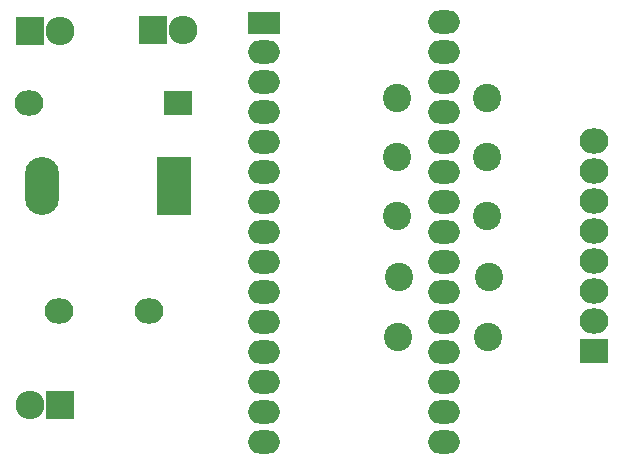
<source format=gts>
G04 #@! TF.FileFunction,Soldermask,Top*
%FSLAX46Y46*%
G04 Gerber Fmt 4.6, Leading zero omitted, Abs format (unit mm)*
G04 Created by KiCad (PCBNEW 4.0.7) date 10/23/17 21:59:23*
%MOMM*%
%LPD*%
G01*
G04 APERTURE LIST*
%ADD10C,0.100000*%
%ADD11R,2.899360X4.900880*%
%ADD12O,2.899360X4.900880*%
%ADD13O,2.432000X2.127200*%
%ADD14R,2.432000X2.127200*%
%ADD15R,2.432000X2.432000*%
%ADD16O,2.432000X2.432000*%
%ADD17C,2.398980*%
%ADD18R,2.686000X1.974800*%
%ADD19O,2.686000X1.974800*%
G04 APERTURE END LIST*
D10*
D11*
X119305080Y-86060000D03*
D12*
X108129080Y-86060000D03*
D13*
X117120000Y-96570000D03*
X109520000Y-96570000D03*
X107020000Y-78970000D03*
D14*
X119620000Y-79010000D03*
D15*
X117470000Y-72810000D03*
D16*
X120010000Y-72810000D03*
D15*
X107070000Y-72920000D03*
D16*
X109610000Y-72920000D03*
D15*
X109630000Y-104570000D03*
D16*
X107090000Y-104570000D03*
D14*
X154880000Y-100000000D03*
D13*
X154880000Y-97460000D03*
X154880000Y-94920000D03*
X154880000Y-92380000D03*
X154880000Y-89840000D03*
X154880000Y-87300000D03*
X154880000Y-84760000D03*
X154880000Y-82220000D03*
D17*
X145790000Y-78570000D03*
X138170000Y-78570000D03*
X145770000Y-83550000D03*
X138150000Y-83550000D03*
X145800000Y-88550000D03*
X138180000Y-88550000D03*
X145920000Y-93740000D03*
X138300000Y-93740000D03*
X145880000Y-98820000D03*
X138260000Y-98820000D03*
D18*
X126900000Y-72200000D03*
D19*
X126940000Y-74700000D03*
X126940000Y-77240000D03*
X126940000Y-79780000D03*
X126940000Y-82320000D03*
X126940000Y-84860000D03*
X126940000Y-87400000D03*
X126940000Y-89940000D03*
X126940000Y-92480000D03*
X126940000Y-95020000D03*
X126940000Y-97560000D03*
X126940000Y-100100000D03*
X126940000Y-102640000D03*
X126940000Y-105180000D03*
X126940000Y-107720000D03*
X142180000Y-107720000D03*
X142180000Y-105180000D03*
X142180000Y-102640000D03*
X142180000Y-100100000D03*
X142180000Y-97560000D03*
X142180000Y-95020000D03*
X142180000Y-92480000D03*
X142180000Y-89940000D03*
X142180000Y-87400000D03*
X142180000Y-84860000D03*
X142180000Y-82320000D03*
X142180000Y-79780000D03*
X142180000Y-77240000D03*
X142180000Y-74700000D03*
X142180000Y-72160000D03*
M02*

</source>
